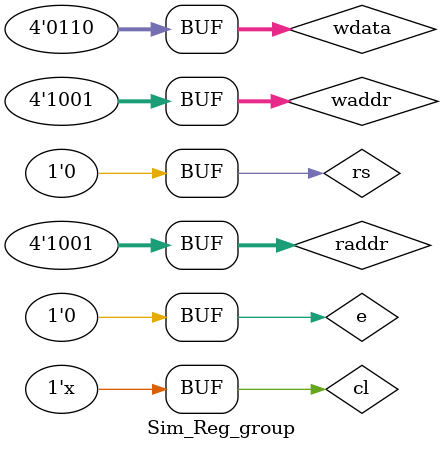
<source format=v>
`timescale 1ns / 1ps


module Sim_Reg_group(

    );
    reg cl,rs,e;
    reg [3:0] waddr,raddr;
    reg [3:0] wdata;
    wire [3:0] out;
    reg_group myregs(cl,rs,e,waddr,wdata,raddr,out);
    initial begin
            rs<=0;
            e<=0;
            waddr<=4'b0;
            raddr<=4'b0;
            cl<=0;
            wdata<=4'b0;
            #100
            
            e<=1;#40            
            waddr<=9;#20
            wdata<=4'b0110;#30
            e<=0;#40
            raddr<=9;#30
            rs<=1;#20
            rs<=0;
    end
    always begin
        #1
        cl<=~cl;
    end
endmodule

</source>
